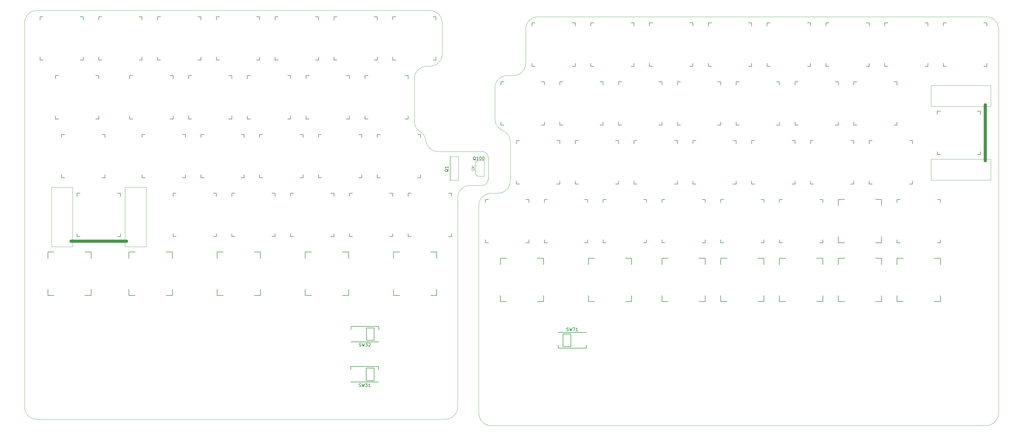
<source format=gbr>
G04 #@! TF.GenerationSoftware,KiCad,Pcbnew,(5.1.5)-3*
G04 #@! TF.CreationDate,2020-04-28T07:27:48+09:00*
G04 #@! TF.ProjectId,skc03-jis,736b6330-332d-46a6-9973-2e6b69636164,03*
G04 #@! TF.SameCoordinates,PX7565b60PY115170f0*
G04 #@! TF.FileFunction,Legend,Top*
G04 #@! TF.FilePolarity,Positive*
%FSLAX46Y46*%
G04 Gerber Fmt 4.6, Leading zero omitted, Abs format (unit mm)*
G04 Created by KiCad (PCBNEW (5.1.5)-3) date 2020-04-28 07:27:48*
%MOMM*%
%LPD*%
G04 APERTURE LIST*
G04 #@! TA.AperFunction,Profile*
%ADD10C,0.100000*%
G04 #@! TD*
%ADD11C,0.120000*%
%ADD12C,1.000000*%
%ADD13C,0.150000*%
G04 APERTURE END LIST*
D10*
X160228499Y7380001D02*
X320228499Y7380001D01*
X156228499Y73830000D02*
X156228499Y78380000D01*
X9424988Y14702327D02*
X9424987Y137379276D01*
X324228499Y11380001D02*
G75*
G02X320228499Y7380001I-4000000J0D01*
G01*
X144422749Y127380726D02*
X144422749Y137379276D01*
X171417299Y135380001D02*
G75*
G02X175417299Y139380001I4000000J0D01*
G01*
X171417299Y135380001D02*
X171417299Y124380000D01*
X13424987Y141379275D02*
X140422750Y141379275D01*
X171417299Y124380000D02*
G75*
G02X167417299Y120380000I-4000000J0D01*
G01*
X320228499Y139380001D02*
G75*
G02X324228499Y135380001I0J-4000000D01*
G01*
X324228499Y11380001D02*
X324228499Y135380001D01*
X165424999Y120380001D02*
X167417299Y120380001D01*
X161425000Y116380001D02*
G75*
G02X165424999Y120380000I3999999J0D01*
G01*
X320228499Y139380001D02*
X175417299Y139380000D01*
X9424988Y137379276D02*
G75*
G02X13424987Y141379275I3999999J0D01*
G01*
X140422750Y141379275D02*
G75*
G02X144422749Y137379276I0J-3999999D01*
G01*
X137476198Y102095543D02*
G75*
G02X135423087Y105589770I1946889J3494227D01*
G01*
X161424999Y106380001D02*
X161425000Y116380001D01*
X163924999Y102671902D02*
G75*
G02X161424999Y106380001I1500000J3708099D01*
G01*
X163925000Y102671900D02*
G75*
G02X166424999Y98963802I-1500000J-3708098D01*
G01*
X166424999Y86380000D02*
X166424999Y98963802D01*
X166424999Y86380000D02*
G75*
G02X162424999Y82380000I-4000000J0D01*
G01*
X160228499Y82380000D02*
X162424999Y82380000D01*
X156228499Y78380000D02*
G75*
G02X160228499Y82380000I4000000J0D01*
G01*
X156228499Y11380001D02*
X156228499Y73830000D01*
X149424988Y80899507D02*
X149424988Y13379275D01*
X149424988Y80899506D02*
G75*
G02X153424976Y84899507I4000000J1D01*
G01*
X157294948Y84899519D02*
X153424976Y84899507D01*
X159294942Y86899517D02*
G75*
G02X157294948Y84899519I-1999999J1D01*
G01*
X159294943Y93859517D02*
X159294943Y86899518D01*
X157294943Y95859517D02*
G75*
G02X159294943Y93859517I0J-2000000D01*
G01*
X143119168Y95859515D02*
X157294942Y95859517D01*
X143119169Y95859515D02*
G75*
G02X139140013Y99451681I-1J4000000D01*
G01*
X138949998Y100325416D02*
G75*
G02X139140013Y99451681I-3789139J-1281568D01*
G01*
X137476198Y102095543D02*
G75*
G02X138949998Y100325416I-1557511J-2795381D01*
G01*
X156247761Y10987932D02*
X156228499Y11380001D01*
X156305358Y10599639D02*
X156247761Y10987932D01*
X156400738Y10218862D02*
X156305358Y10599639D01*
X156532981Y9849267D02*
X156400738Y10218862D01*
X156700814Y9494414D02*
X156532981Y9849267D01*
X156902621Y9157720D02*
X156700814Y9494414D01*
X157136458Y8842427D02*
X156902621Y9157720D01*
X157400072Y8551573D02*
X157136458Y8842427D01*
X157690926Y8287959D02*
X157400072Y8551573D01*
X158006219Y8054122D02*
X157690926Y8287959D01*
X158342913Y7852315D02*
X158006219Y8054122D01*
X158697766Y7684482D02*
X158342913Y7852315D01*
X159067361Y7552239D02*
X158697766Y7684482D01*
X159448138Y7456859D02*
X159067361Y7552239D01*
X159836431Y7399262D02*
X159448138Y7456859D01*
X160228499Y7380001D02*
X159836431Y7399262D01*
X149424988Y13379275D02*
G75*
G02X145424988Y9379275I-4000000J0D01*
G01*
X135423087Y119380727D02*
X135423087Y105589770D01*
X135423088Y119380727D02*
G75*
G02X139423087Y123380726I3999999J0D01*
G01*
X140422750Y123380727D02*
X139423087Y123380726D01*
X144422749Y127380726D02*
G75*
G02X140422750Y123380727I-3999999J0D01*
G01*
X145424988Y9379275D02*
X13424987Y9379275D01*
X9424987Y13379275D02*
X9424988Y14702327D01*
X13424987Y9379275D02*
G75*
G02X9424987Y13379275I0J4000000D01*
G01*
D11*
G04 #@! TO.C,SW47*
X302439999Y86580001D02*
X321679999Y86580001D01*
X321679999Y86580001D02*
X321679999Y93380001D01*
X302439999Y93380001D02*
X321679999Y93380001D01*
X302439999Y86580001D02*
X302439999Y93380001D01*
X302439999Y110380001D02*
X321679999Y110380001D01*
X321679999Y110380001D02*
X321679999Y117180001D01*
X302439999Y117180001D02*
X321679999Y117180001D01*
X302439999Y110380001D02*
X302439999Y117180001D01*
D12*
X319924999Y92880001D02*
X319924999Y110880001D01*
D13*
X305424999Y94880001D02*
X304424999Y94880001D01*
X304424999Y95880001D02*
X304424999Y94880001D01*
X318424999Y108880001D02*
X317424999Y108880001D01*
X318424999Y107880001D02*
X318424999Y108880001D01*
X318424999Y94880001D02*
X318424999Y95880001D01*
X317424999Y94880001D02*
X318424999Y94880001D01*
X304424999Y108880001D02*
X305424999Y108880001D01*
X304424999Y107880001D02*
X304424999Y108880001D01*
G04 #@! TO.C,SW33*
X193424999Y123380001D02*
X192424999Y123380001D01*
X192424999Y124380001D02*
X192424999Y123380001D01*
X206424999Y137380001D02*
X205424999Y137380001D01*
X206424999Y136380001D02*
X206424999Y137380001D01*
X206424999Y123380001D02*
X206424999Y124380001D01*
X205424999Y123380001D02*
X206424999Y123380001D01*
X192424999Y137380001D02*
X193424999Y137380001D01*
X192424999Y136380001D02*
X192424999Y137380001D01*
G04 #@! TO.C,SW54*
X283424999Y85380001D02*
X282424999Y85380001D01*
X282424999Y86380001D02*
X282424999Y85380001D01*
X296424999Y99380001D02*
X295424999Y99380001D01*
X296424999Y98380001D02*
X296424999Y99380001D01*
X296424999Y85380001D02*
X296424999Y86380001D01*
X295424999Y85380001D02*
X296424999Y85380001D01*
X282424999Y99380001D02*
X283424999Y99380001D01*
X282424999Y98380001D02*
X282424999Y99380001D01*
G04 #@! TO.C,SW38*
X288424999Y123380001D02*
X287424999Y123380001D01*
X287424999Y124380001D02*
X287424999Y123380001D01*
X301424999Y137380001D02*
X300424999Y137380001D01*
X301424999Y136380001D02*
X301424999Y137380001D01*
X301424999Y123380001D02*
X301424999Y124380001D01*
X300424999Y123380001D02*
X301424999Y123380001D01*
X287424999Y137380001D02*
X288424999Y137380001D01*
X287424999Y136380001D02*
X287424999Y137380001D01*
G04 #@! TO.C,SW39*
X307424990Y123380010D02*
X306424990Y123380010D01*
X306424990Y124380010D02*
X306424990Y123380010D01*
X320424990Y137380010D02*
X319424990Y137380010D01*
X320424990Y136380010D02*
X320424990Y137380010D01*
X320424990Y123380010D02*
X320424990Y124380010D01*
X319424990Y123380010D02*
X320424990Y123380010D01*
X306424990Y137380010D02*
X307424990Y137380010D01*
X306424990Y136380010D02*
X306424990Y137380010D01*
G04 #@! TO.C,SW69*
X291424999Y61380001D02*
X291424999Y59380001D01*
X293424999Y61380001D02*
X291424999Y61380001D01*
X291424999Y47380001D02*
X293424999Y47380001D01*
X291424999Y49380001D02*
X291424999Y47380001D01*
X305424999Y47380001D02*
X303424999Y47380001D01*
X305424999Y49380001D02*
X305424999Y47380001D01*
X305424999Y61380001D02*
X305424999Y59380001D01*
X303424999Y61380001D02*
X305424999Y61380001D01*
G04 #@! TO.C,SW66*
X215424999Y61380001D02*
X215424999Y59380001D01*
X217424999Y61380001D02*
X215424999Y61380001D01*
X215424999Y47380001D02*
X217424999Y47380001D01*
X215424999Y49380001D02*
X215424999Y47380001D01*
X229424999Y47380001D02*
X227424999Y47380001D01*
X229424999Y49380001D02*
X229424999Y47380001D01*
X229424999Y61380001D02*
X229424999Y59380001D01*
X227424999Y61380001D02*
X229424999Y61380001D01*
G04 #@! TO.C,SW70*
X272424999Y61380001D02*
X272424999Y59380001D01*
X274424999Y61380001D02*
X272424999Y61380001D01*
X272424999Y47380001D02*
X274424999Y47380001D01*
X272424999Y49380001D02*
X272424999Y47380001D01*
X286424999Y47380001D02*
X284424999Y47380001D01*
X286424999Y49380001D02*
X286424999Y47380001D01*
X286424999Y61380001D02*
X286424999Y59380001D01*
X284424999Y61380001D02*
X286424999Y61380001D01*
G04 #@! TO.C,SW61*
X272424999Y80380001D02*
X272424999Y78380001D01*
X274424999Y80380001D02*
X272424999Y80380001D01*
X272424999Y66380001D02*
X274424999Y66380001D01*
X272424999Y68380001D02*
X272424999Y66380001D01*
X286424999Y66380001D02*
X284424999Y66380001D01*
X286424999Y68380001D02*
X286424999Y66380001D01*
X286424999Y80380001D02*
X286424999Y78380001D01*
X284424999Y80380001D02*
X286424999Y80380001D01*
G04 #@! TO.C,SW68*
X253424999Y61380001D02*
X253424999Y59380001D01*
X255424999Y61380001D02*
X253424999Y61380001D01*
X253424999Y47380001D02*
X255424999Y47380001D01*
X253424999Y49380001D02*
X253424999Y47380001D01*
X267424999Y47380001D02*
X265424999Y47380001D01*
X267424999Y49380001D02*
X267424999Y47380001D01*
X267424999Y61380001D02*
X267424999Y59380001D01*
X265424999Y61380001D02*
X267424999Y61380001D01*
G04 #@! TO.C,SW67*
X234424999Y61380001D02*
X234424999Y59380001D01*
X236424999Y61380001D02*
X234424999Y61380001D01*
X234424999Y47380001D02*
X236424999Y47380001D01*
X234424999Y49380001D02*
X234424999Y47380001D01*
X248424999Y47380001D02*
X246424999Y47380001D01*
X248424999Y49380001D02*
X248424999Y47380001D01*
X248424999Y61380001D02*
X248424999Y59380001D01*
X246424999Y61380001D02*
X248424999Y61380001D01*
G04 #@! TO.C,SW28*
X71675000Y63380000D02*
X71675000Y61380000D01*
X73675000Y63380000D02*
X71675000Y63380000D01*
X71675000Y49380000D02*
X73675000Y49380000D01*
X71675000Y51380000D02*
X71675000Y49380000D01*
X85675000Y49380000D02*
X83675000Y49380000D01*
X85675000Y51380000D02*
X85675000Y49380000D01*
X85675000Y63380000D02*
X85675000Y61380000D01*
X83675000Y63380000D02*
X85675000Y63380000D01*
G04 #@! TO.C,SW29*
X100175000Y63380000D02*
X100175000Y61380000D01*
X102175000Y63380000D02*
X100175000Y63380000D01*
X100175000Y49380000D02*
X102175000Y49380000D01*
X100175000Y51380000D02*
X100175000Y49380000D01*
X114175000Y49380000D02*
X112175000Y49380000D01*
X114175000Y51380000D02*
X114175000Y49380000D01*
X114175000Y63380000D02*
X114175000Y61380000D01*
X112175000Y63380000D02*
X114175000Y63380000D01*
G04 #@! TO.C,SW27*
X43175000Y63380000D02*
X43175000Y61380000D01*
X45175000Y63380000D02*
X43175000Y63380000D01*
X43175000Y49380000D02*
X45175000Y49380000D01*
X43175000Y51380000D02*
X43175000Y49380000D01*
X57175000Y49380000D02*
X55175000Y49380000D01*
X57175000Y51380000D02*
X57175000Y49380000D01*
X57175000Y63380000D02*
X57175000Y61380000D01*
X55175000Y63380000D02*
X57175000Y63380000D01*
G04 #@! TO.C,SW65*
X191674999Y61380001D02*
X191674999Y59380001D01*
X193674999Y61380001D02*
X191674999Y61380001D01*
X191674999Y47380001D02*
X193674999Y47380001D01*
X191674999Y49380001D02*
X191674999Y47380001D01*
X205674999Y47380001D02*
X203674999Y47380001D01*
X205674999Y49380001D02*
X205674999Y47380001D01*
X205674999Y61380001D02*
X205674999Y59380001D01*
X203674999Y61380001D02*
X205674999Y61380001D01*
G04 #@! TO.C,SW64*
X163174999Y61380001D02*
X163174999Y59380001D01*
X165174999Y61380001D02*
X163174999Y61380001D01*
X163174999Y47380001D02*
X165174999Y47380001D01*
X163174999Y49380001D02*
X163174999Y47380001D01*
X177174999Y47380001D02*
X175174999Y47380001D01*
X177174999Y49380001D02*
X177174999Y47380001D01*
X177174999Y61380001D02*
X177174999Y59380001D01*
X175174999Y61380001D02*
X177174999Y61380001D01*
G04 #@! TO.C,SW30*
X128675000Y63380000D02*
X128675000Y61380000D01*
X130675000Y63380000D02*
X128675000Y63380000D01*
X128675000Y49380000D02*
X130675000Y49380000D01*
X128675000Y51380000D02*
X128675000Y49380000D01*
X142675000Y49380000D02*
X140675000Y49380000D01*
X142675000Y51380000D02*
X142675000Y49380000D01*
X142675000Y63380000D02*
X142675000Y61380000D01*
X140675000Y63380000D02*
X142675000Y63380000D01*
G04 #@! TO.C,SW26*
X16956960Y63380000D02*
X16956960Y61380000D01*
X18956960Y63380000D02*
X16956960Y63380000D01*
X16956960Y49380000D02*
X18956960Y49380000D01*
X16956960Y51380000D02*
X16956960Y49380000D01*
X30956960Y49380000D02*
X28956960Y49380000D01*
X30956960Y51380000D02*
X30956960Y49380000D01*
X30956960Y63380000D02*
X30956960Y61380000D01*
X28956960Y63380000D02*
X30956960Y63380000D01*
D11*
G04 #@! TO.C,SW20*
X41925000Y84365000D02*
X41925000Y65125000D01*
X41925000Y65125000D02*
X48725000Y65125000D01*
X48725000Y84365000D02*
X48725000Y65125000D01*
X41925000Y84365000D02*
X48725000Y84365000D01*
X18125000Y84365000D02*
X18125000Y65125000D01*
X24925000Y65125000D02*
X18125000Y65125000D01*
X24925000Y84365000D02*
X24925000Y65125000D01*
X18125000Y84365000D02*
X24925000Y84365000D01*
D12*
X24425000Y66880000D02*
X42425000Y66880000D01*
D13*
X27425000Y68380000D02*
X26425000Y68380000D01*
X26425000Y69380000D02*
X26425000Y68380000D01*
X40425000Y82380000D02*
X39425000Y82380000D01*
X40425000Y81380000D02*
X40425000Y82380000D01*
X40425000Y68380000D02*
X40425000Y69380000D01*
X39425000Y68380000D02*
X40425000Y68380000D01*
X26425000Y82380000D02*
X27425000Y82380000D01*
X26425000Y81380000D02*
X26425000Y82380000D01*
G04 #@! TO.C,SW14*
X22425000Y87380000D02*
X21425000Y87380000D01*
X21425000Y88380000D02*
X21425000Y87380000D01*
X35425000Y101380000D02*
X34425000Y101380000D01*
X35425000Y100380000D02*
X35425000Y101380000D01*
X35425000Y87380000D02*
X35425000Y88380000D01*
X34425000Y87380000D02*
X35425000Y87380000D01*
X21425000Y101380000D02*
X22425000Y101380000D01*
X21425000Y100380000D02*
X21425000Y101380000D01*
G04 #@! TO.C,SW8*
X20425000Y106380000D02*
X19425000Y106380000D01*
X19425000Y107380000D02*
X19425000Y106380000D01*
X33425000Y120380000D02*
X32425000Y120380000D01*
X33425000Y119380000D02*
X33425000Y120380000D01*
X33425000Y106380000D02*
X33425000Y107380000D01*
X32425000Y106380000D02*
X33425000Y106380000D01*
X19425000Y120380000D02*
X20425000Y120380000D01*
X19425000Y119380000D02*
X19425000Y120380000D01*
G04 #@! TO.C,SW3*
X53425000Y125380000D02*
X52425000Y125380000D01*
X52425000Y126380000D02*
X52425000Y125380000D01*
X66425000Y139380000D02*
X65425000Y139380000D01*
X66425000Y138380000D02*
X66425000Y139380000D01*
X66425000Y125380000D02*
X66425000Y126380000D01*
X65425000Y125380000D02*
X66425000Y125380000D01*
X52425000Y139380000D02*
X53425000Y139380000D01*
X52425000Y138380000D02*
X52425000Y139380000D01*
G04 #@! TO.C,SW19*
X124425000Y87380000D02*
X123425000Y87380000D01*
X123425000Y88380000D02*
X123425000Y87380000D01*
X137425000Y101380000D02*
X136425000Y101380000D01*
X137425000Y100380000D02*
X137425000Y101380000D01*
X137425000Y87380000D02*
X137425000Y88380000D01*
X136425000Y87380000D02*
X137425000Y87380000D01*
X123425000Y101380000D02*
X124425000Y101380000D01*
X123425000Y100380000D02*
X123425000Y101380000D01*
G04 #@! TO.C,SW6*
X110425000Y125380000D02*
X109425000Y125380000D01*
X109425000Y126380000D02*
X109425000Y125380000D01*
X123425000Y139380000D02*
X122425000Y139380000D01*
X123425000Y138380000D02*
X123425000Y139380000D01*
X123425000Y125380000D02*
X123425000Y126380000D01*
X122425000Y125380000D02*
X123425000Y125380000D01*
X109425000Y139380000D02*
X110425000Y139380000D01*
X109425000Y138380000D02*
X109425000Y139380000D01*
G04 #@! TO.C,SW24*
X115425000Y68380000D02*
X114425000Y68380000D01*
X114425000Y69380000D02*
X114425000Y68380000D01*
X128425000Y82380000D02*
X127425000Y82380000D01*
X128425000Y81380000D02*
X128425000Y82380000D01*
X128425000Y68380000D02*
X128425000Y69380000D01*
X127425000Y68380000D02*
X128425000Y68380000D01*
X114425000Y82380000D02*
X115425000Y82380000D01*
X114425000Y81380000D02*
X114425000Y82380000D01*
G04 #@! TO.C,SW44*
X240424999Y104380001D02*
X239424999Y104380001D01*
X239424999Y105380001D02*
X239424999Y104380001D01*
X253424999Y118380001D02*
X252424999Y118380001D01*
X253424999Y117380001D02*
X253424999Y118380001D01*
X253424999Y104380001D02*
X253424999Y105380001D01*
X252424999Y104380001D02*
X253424999Y104380001D01*
X239424999Y118380001D02*
X240424999Y118380001D01*
X239424999Y117380001D02*
X239424999Y118380001D01*
G04 #@! TO.C,SW62*
X292424999Y66380001D02*
X291424999Y66380001D01*
X291424999Y67380001D02*
X291424999Y66380001D01*
X305424999Y80380001D02*
X304424999Y80380001D01*
X305424999Y79380001D02*
X305424999Y80380001D01*
X305424999Y66380001D02*
X305424999Y67380001D01*
X304424999Y66380001D02*
X305424999Y66380001D01*
X291424999Y80380001D02*
X292424999Y80380001D01*
X291424999Y79380001D02*
X291424999Y80380001D01*
G04 #@! TO.C,SW60*
X254424999Y66380001D02*
X253424999Y66380001D01*
X253424999Y67380001D02*
X253424999Y66380001D01*
X267424999Y80380001D02*
X266424999Y80380001D01*
X267424999Y79380001D02*
X267424999Y80380001D01*
X267424999Y66380001D02*
X267424999Y67380001D01*
X266424999Y66380001D02*
X267424999Y66380001D01*
X253424999Y80380001D02*
X254424999Y80380001D01*
X253424999Y79380001D02*
X253424999Y80380001D01*
G04 #@! TO.C,SW25*
X134425000Y68380000D02*
X133425000Y68380000D01*
X133425000Y69380000D02*
X133425000Y68380000D01*
X147425000Y82380000D02*
X146425000Y82380000D01*
X147425000Y81380000D02*
X147425000Y82380000D01*
X147425000Y68380000D02*
X147425000Y69380000D01*
X146425000Y68380000D02*
X147425000Y68380000D01*
X133425000Y82380000D02*
X134425000Y82380000D01*
X133425000Y81380000D02*
X133425000Y82380000D01*
G04 #@! TO.C,SW37*
X269424999Y123380001D02*
X268424999Y123380001D01*
X268424999Y124380001D02*
X268424999Y123380001D01*
X282424999Y137380001D02*
X281424999Y137380001D01*
X282424999Y136380001D02*
X282424999Y137380001D01*
X282424999Y123380001D02*
X282424999Y124380001D01*
X281424999Y123380001D02*
X282424999Y123380001D01*
X268424999Y137380001D02*
X269424999Y137380001D01*
X268424999Y136380001D02*
X268424999Y137380001D01*
G04 #@! TO.C,SW59*
X235424999Y66380001D02*
X234424999Y66380001D01*
X234424999Y67380001D02*
X234424999Y66380001D01*
X248424999Y80380001D02*
X247424999Y80380001D01*
X248424999Y79380001D02*
X248424999Y80380001D01*
X248424999Y66380001D02*
X248424999Y67380001D01*
X247424999Y66380001D02*
X248424999Y66380001D01*
X234424999Y80380001D02*
X235424999Y80380001D01*
X234424999Y79380001D02*
X234424999Y80380001D01*
G04 #@! TO.C,SW58*
X216424999Y66380001D02*
X215424999Y66380001D01*
X215424999Y67380001D02*
X215424999Y66380001D01*
X229424999Y80380001D02*
X228424999Y80380001D01*
X229424999Y79380001D02*
X229424999Y80380001D01*
X229424999Y66380001D02*
X229424999Y67380001D01*
X228424999Y66380001D02*
X229424999Y66380001D01*
X215424999Y80380001D02*
X216424999Y80380001D01*
X215424999Y79380001D02*
X215424999Y80380001D01*
G04 #@! TO.C,SW57*
X197424999Y66380001D02*
X196424999Y66380001D01*
X196424999Y67380001D02*
X196424999Y66380001D01*
X210424999Y80380001D02*
X209424999Y80380001D01*
X210424999Y79380001D02*
X210424999Y80380001D01*
X210424999Y66380001D02*
X210424999Y67380001D01*
X209424999Y66380001D02*
X210424999Y66380001D01*
X196424999Y80380001D02*
X197424999Y80380001D01*
X196424999Y79380001D02*
X196424999Y80380001D01*
G04 #@! TO.C,SW56*
X178424999Y66380001D02*
X177424999Y66380001D01*
X177424999Y67380001D02*
X177424999Y66380001D01*
X191424999Y80380001D02*
X190424999Y80380001D01*
X191424999Y79380001D02*
X191424999Y80380001D01*
X191424999Y66380001D02*
X191424999Y67380001D01*
X190424999Y66380001D02*
X191424999Y66380001D01*
X177424999Y80380001D02*
X178424999Y80380001D01*
X177424999Y79380001D02*
X177424999Y80380001D01*
G04 #@! TO.C,SW55*
X159424999Y66380001D02*
X158424999Y66380001D01*
X158424999Y67380001D02*
X158424999Y66380001D01*
X172424999Y80380001D02*
X171424999Y80380001D01*
X172424999Y79380001D02*
X172424999Y80380001D01*
X172424999Y66380001D02*
X172424999Y67380001D01*
X171424999Y66380001D02*
X172424999Y66380001D01*
X158424999Y80380001D02*
X159424999Y80380001D01*
X158424999Y79380001D02*
X158424999Y80380001D01*
G04 #@! TO.C,SW53*
X264424999Y85380001D02*
X263424999Y85380001D01*
X263424999Y86380001D02*
X263424999Y85380001D01*
X277424999Y99380001D02*
X276424999Y99380001D01*
X277424999Y98380001D02*
X277424999Y99380001D01*
X277424999Y85380001D02*
X277424999Y86380001D01*
X276424999Y85380001D02*
X277424999Y85380001D01*
X263424999Y99380001D02*
X264424999Y99380001D01*
X263424999Y98380001D02*
X263424999Y99380001D01*
G04 #@! TO.C,SW52*
X245424999Y85380001D02*
X244424999Y85380001D01*
X244424999Y86380001D02*
X244424999Y85380001D01*
X258424999Y99380001D02*
X257424999Y99380001D01*
X258424999Y98380001D02*
X258424999Y99380001D01*
X258424999Y85380001D02*
X258424999Y86380001D01*
X257424999Y85380001D02*
X258424999Y85380001D01*
X244424999Y99380001D02*
X245424999Y99380001D01*
X244424999Y98380001D02*
X244424999Y99380001D01*
G04 #@! TO.C,SW51*
X226424999Y85380001D02*
X225424999Y85380001D01*
X225424999Y86380001D02*
X225424999Y85380001D01*
X239424999Y99380001D02*
X238424999Y99380001D01*
X239424999Y98380001D02*
X239424999Y99380001D01*
X239424999Y85380001D02*
X239424999Y86380001D01*
X238424999Y85380001D02*
X239424999Y85380001D01*
X225424999Y99380001D02*
X226424999Y99380001D01*
X225424999Y98380001D02*
X225424999Y99380001D01*
G04 #@! TO.C,SW50*
X207424999Y85380001D02*
X206424999Y85380001D01*
X206424999Y86380001D02*
X206424999Y85380001D01*
X220424999Y99380001D02*
X219424999Y99380001D01*
X220424999Y98380001D02*
X220424999Y99380001D01*
X220424999Y85380001D02*
X220424999Y86380001D01*
X219424999Y85380001D02*
X220424999Y85380001D01*
X206424999Y99380001D02*
X207424999Y99380001D01*
X206424999Y98380001D02*
X206424999Y99380001D01*
G04 #@! TO.C,SW49*
X188424999Y85380001D02*
X187424999Y85380001D01*
X187424999Y86380001D02*
X187424999Y85380001D01*
X201424999Y99380001D02*
X200424999Y99380001D01*
X201424999Y98380001D02*
X201424999Y99380001D01*
X201424999Y85380001D02*
X201424999Y86380001D01*
X200424999Y85380001D02*
X201424999Y85380001D01*
X187424999Y99380001D02*
X188424999Y99380001D01*
X187424999Y98380001D02*
X187424999Y99380001D01*
G04 #@! TO.C,SW48*
X169424999Y85380001D02*
X168424999Y85380001D01*
X168424999Y86380001D02*
X168424999Y85380001D01*
X182424999Y99380001D02*
X181424999Y99380001D01*
X182424999Y98380001D02*
X182424999Y99380001D01*
X182424999Y85380001D02*
X182424999Y86380001D01*
X181424999Y85380001D02*
X182424999Y85380001D01*
X168424999Y99380001D02*
X169424999Y99380001D01*
X168424999Y98380001D02*
X168424999Y99380001D01*
G04 #@! TO.C,SW46*
X278424999Y104380001D02*
X277424999Y104380001D01*
X277424999Y105380001D02*
X277424999Y104380001D01*
X291424999Y118380001D02*
X290424999Y118380001D01*
X291424999Y117380001D02*
X291424999Y118380001D01*
X291424999Y104380001D02*
X291424999Y105380001D01*
X290424999Y104380001D02*
X291424999Y104380001D01*
X277424999Y118380001D02*
X278424999Y118380001D01*
X277424999Y117380001D02*
X277424999Y118380001D01*
G04 #@! TO.C,SW45*
X259424999Y104380001D02*
X258424999Y104380001D01*
X258424999Y105380001D02*
X258424999Y104380001D01*
X272424999Y118380001D02*
X271424999Y118380001D01*
X272424999Y117380001D02*
X272424999Y118380001D01*
X272424999Y104380001D02*
X272424999Y105380001D01*
X271424999Y104380001D02*
X272424999Y104380001D01*
X258424999Y118380001D02*
X259424999Y118380001D01*
X258424999Y117380001D02*
X258424999Y118380001D01*
G04 #@! TO.C,SW43*
X221424999Y104380001D02*
X220424999Y104380001D01*
X220424999Y105380001D02*
X220424999Y104380001D01*
X234424999Y118380001D02*
X233424999Y118380001D01*
X234424999Y117380001D02*
X234424999Y118380001D01*
X234424999Y104380001D02*
X234424999Y105380001D01*
X233424999Y104380001D02*
X234424999Y104380001D01*
X220424999Y118380001D02*
X221424999Y118380001D01*
X220424999Y117380001D02*
X220424999Y118380001D01*
G04 #@! TO.C,SW42*
X202424999Y104380001D02*
X201424999Y104380001D01*
X201424999Y105380001D02*
X201424999Y104380001D01*
X215424999Y118380001D02*
X214424999Y118380001D01*
X215424999Y117380001D02*
X215424999Y118380001D01*
X215424999Y104380001D02*
X215424999Y105380001D01*
X214424999Y104380001D02*
X215424999Y104380001D01*
X201424999Y118380001D02*
X202424999Y118380001D01*
X201424999Y117380001D02*
X201424999Y118380001D01*
G04 #@! TO.C,SW41*
X183424999Y104380001D02*
X182424999Y104380001D01*
X182424999Y105380001D02*
X182424999Y104380001D01*
X196424999Y118380001D02*
X195424999Y118380001D01*
X196424999Y117380001D02*
X196424999Y118380001D01*
X196424999Y104380001D02*
X196424999Y105380001D01*
X195424999Y104380001D02*
X196424999Y104380001D01*
X182424999Y118380001D02*
X183424999Y118380001D01*
X182424999Y117380001D02*
X182424999Y118380001D01*
G04 #@! TO.C,SW40*
X164424999Y104380001D02*
X163424999Y104380001D01*
X163424999Y105380001D02*
X163424999Y104380001D01*
X177424999Y118380001D02*
X176424999Y118380001D01*
X177424999Y117380001D02*
X177424999Y118380001D01*
X177424999Y104380001D02*
X177424999Y105380001D01*
X176424999Y104380001D02*
X177424999Y104380001D01*
X163424999Y118380001D02*
X164424999Y118380001D01*
X163424999Y117380001D02*
X163424999Y118380001D01*
G04 #@! TO.C,SW36*
X250424999Y123380001D02*
X249424999Y123380001D01*
X249424999Y124380001D02*
X249424999Y123380001D01*
X263424999Y137380001D02*
X262424999Y137380001D01*
X263424999Y136380001D02*
X263424999Y137380001D01*
X263424999Y123380001D02*
X263424999Y124380001D01*
X262424999Y123380001D02*
X263424999Y123380001D01*
X249424999Y137380001D02*
X250424999Y137380001D01*
X249424999Y136380001D02*
X249424999Y137380001D01*
G04 #@! TO.C,SW35*
X231424999Y123380001D02*
X230424999Y123380001D01*
X230424999Y124380001D02*
X230424999Y123380001D01*
X244424999Y137380001D02*
X243424999Y137380001D01*
X244424999Y136380001D02*
X244424999Y137380001D01*
X244424999Y123380001D02*
X244424999Y124380001D01*
X243424999Y123380001D02*
X244424999Y123380001D01*
X230424999Y137380001D02*
X231424999Y137380001D01*
X230424999Y136380001D02*
X230424999Y137380001D01*
G04 #@! TO.C,SW34*
X212424999Y123380001D02*
X211424999Y123380001D01*
X211424999Y124380001D02*
X211424999Y123380001D01*
X225424999Y137380001D02*
X224424999Y137380001D01*
X225424999Y136380001D02*
X225424999Y137380001D01*
X225424999Y123380001D02*
X225424999Y124380001D01*
X224424999Y123380001D02*
X225424999Y123380001D01*
X211424999Y137380001D02*
X212424999Y137380001D01*
X211424999Y136380001D02*
X211424999Y137380001D01*
G04 #@! TO.C,SW63*
X174424999Y123380001D02*
X173424999Y123380001D01*
X173424999Y124380001D02*
X173424999Y123380001D01*
X187424999Y137380001D02*
X186424999Y137380001D01*
X187424999Y136380001D02*
X187424999Y137380001D01*
X187424999Y123380001D02*
X187424999Y124380001D01*
X186424999Y123380001D02*
X187424999Y123380001D01*
X173424999Y137380001D02*
X174424999Y137380001D01*
X173424999Y136380001D02*
X173424999Y137380001D01*
G04 #@! TO.C,SW23*
X96425000Y68380000D02*
X95425000Y68380000D01*
X95425000Y69380000D02*
X95425000Y68380000D01*
X109425000Y82380000D02*
X108425000Y82380000D01*
X109425000Y81380000D02*
X109425000Y82380000D01*
X109425000Y68380000D02*
X109425000Y69380000D01*
X108425000Y68380000D02*
X109425000Y68380000D01*
X95425000Y82380000D02*
X96425000Y82380000D01*
X95425000Y81380000D02*
X95425000Y82380000D01*
G04 #@! TO.C,SW22*
X77425000Y68380000D02*
X76425000Y68380000D01*
X76425000Y69380000D02*
X76425000Y68380000D01*
X90425000Y82380000D02*
X89425000Y82380000D01*
X90425000Y81380000D02*
X90425000Y82380000D01*
X90425000Y68380000D02*
X90425000Y69380000D01*
X89425000Y68380000D02*
X90425000Y68380000D01*
X76425000Y82380000D02*
X77425000Y82380000D01*
X76425000Y81380000D02*
X76425000Y82380000D01*
G04 #@! TO.C,SW21*
X58425000Y68380000D02*
X57425000Y68380000D01*
X57425000Y69380000D02*
X57425000Y68380000D01*
X71425000Y82380000D02*
X70425000Y82380000D01*
X71425000Y81380000D02*
X71425000Y82380000D01*
X71425000Y68380000D02*
X71425000Y69380000D01*
X70425000Y68380000D02*
X71425000Y68380000D01*
X57425000Y82380000D02*
X58425000Y82380000D01*
X57425000Y81380000D02*
X57425000Y82380000D01*
G04 #@! TO.C,SW18*
X105425000Y87380000D02*
X104425000Y87380000D01*
X104425000Y88380000D02*
X104425000Y87380000D01*
X118425000Y101380000D02*
X117425000Y101380000D01*
X118425000Y100380000D02*
X118425000Y101380000D01*
X118425000Y87380000D02*
X118425000Y88380000D01*
X117425000Y87380000D02*
X118425000Y87380000D01*
X104425000Y101380000D02*
X105425000Y101380000D01*
X104425000Y100380000D02*
X104425000Y101380000D01*
G04 #@! TO.C,SW17*
X86425000Y87380000D02*
X85425000Y87380000D01*
X85425000Y88380000D02*
X85425000Y87380000D01*
X99425000Y101380000D02*
X98425000Y101380000D01*
X99425000Y100380000D02*
X99425000Y101380000D01*
X99425000Y87380000D02*
X99425000Y88380000D01*
X98425000Y87380000D02*
X99425000Y87380000D01*
X85425000Y101380000D02*
X86425000Y101380000D01*
X85425000Y100380000D02*
X85425000Y101380000D01*
G04 #@! TO.C,SW16*
X67425000Y87380000D02*
X66425000Y87380000D01*
X66425000Y88380000D02*
X66425000Y87380000D01*
X80425000Y101380000D02*
X79425000Y101380000D01*
X80425000Y100380000D02*
X80425000Y101380000D01*
X80425000Y87380000D02*
X80425000Y88380000D01*
X79425000Y87380000D02*
X80425000Y87380000D01*
X66425000Y101380000D02*
X67425000Y101380000D01*
X66425000Y100380000D02*
X66425000Y101380000D01*
G04 #@! TO.C,SW15*
X48425000Y87380000D02*
X47425000Y87380000D01*
X47425000Y88380000D02*
X47425000Y87380000D01*
X61425000Y101380000D02*
X60425000Y101380000D01*
X61425000Y100380000D02*
X61425000Y101380000D01*
X61425000Y87380000D02*
X61425000Y88380000D01*
X60425000Y87380000D02*
X61425000Y87380000D01*
X47425000Y101380000D02*
X48425000Y101380000D01*
X47425000Y100380000D02*
X47425000Y101380000D01*
G04 #@! TO.C,SW13*
X120425000Y106380000D02*
X119425000Y106380000D01*
X119425000Y107380000D02*
X119425000Y106380000D01*
X133425000Y120380000D02*
X132425000Y120380000D01*
X133425000Y119380000D02*
X133425000Y120380000D01*
X133425000Y106380000D02*
X133425000Y107380000D01*
X132425000Y106380000D02*
X133425000Y106380000D01*
X119425000Y120380000D02*
X120425000Y120380000D01*
X119425000Y119380000D02*
X119425000Y120380000D01*
G04 #@! TO.C,SW12*
X101425000Y106380000D02*
X100425000Y106380000D01*
X100425000Y107380000D02*
X100425000Y106380000D01*
X114425000Y120380000D02*
X113425000Y120380000D01*
X114425000Y119380000D02*
X114425000Y120380000D01*
X114425000Y106380000D02*
X114425000Y107380000D01*
X113425000Y106380000D02*
X114425000Y106380000D01*
X100425000Y120380000D02*
X101425000Y120380000D01*
X100425000Y119380000D02*
X100425000Y120380000D01*
G04 #@! TO.C,SW11*
X82425000Y106380000D02*
X81425000Y106380000D01*
X81425000Y107380000D02*
X81425000Y106380000D01*
X95425000Y120380000D02*
X94425000Y120380000D01*
X95425000Y119380000D02*
X95425000Y120380000D01*
X95425000Y106380000D02*
X95425000Y107380000D01*
X94425000Y106380000D02*
X95425000Y106380000D01*
X81425000Y120380000D02*
X82425000Y120380000D01*
X81425000Y119380000D02*
X81425000Y120380000D01*
G04 #@! TO.C,SW10*
X63425000Y106380000D02*
X62425000Y106380000D01*
X62425000Y107380000D02*
X62425000Y106380000D01*
X76425000Y120380000D02*
X75425000Y120380000D01*
X76425000Y119380000D02*
X76425000Y120380000D01*
X76425000Y106380000D02*
X76425000Y107380000D01*
X75425000Y106380000D02*
X76425000Y106380000D01*
X62425000Y120380000D02*
X63425000Y120380000D01*
X62425000Y119380000D02*
X62425000Y120380000D01*
G04 #@! TO.C,SW9*
X44425000Y106380000D02*
X43425000Y106380000D01*
X43425000Y107380000D02*
X43425000Y106380000D01*
X57425000Y120380000D02*
X56425000Y120380000D01*
X57425000Y119380000D02*
X57425000Y120380000D01*
X57425000Y106380000D02*
X57425000Y107380000D01*
X56425000Y106380000D02*
X57425000Y106380000D01*
X43425000Y120380000D02*
X44425000Y120380000D01*
X43425000Y119380000D02*
X43425000Y120380000D01*
G04 #@! TO.C,SW7*
X129425000Y125380000D02*
X128425000Y125380000D01*
X128425000Y126380000D02*
X128425000Y125380000D01*
X142425000Y139380000D02*
X141425000Y139380000D01*
X142425000Y138380000D02*
X142425000Y139380000D01*
X142425000Y125380000D02*
X142425000Y126380000D01*
X141425000Y125380000D02*
X142425000Y125380000D01*
X128425000Y139380000D02*
X129425000Y139380000D01*
X128425000Y138380000D02*
X128425000Y139380000D01*
G04 #@! TO.C,SW5*
X91425000Y125380000D02*
X90425000Y125380000D01*
X90425000Y126380000D02*
X90425000Y125380000D01*
X104425000Y139380000D02*
X103425000Y139380000D01*
X104425000Y138380000D02*
X104425000Y139380000D01*
X104425000Y125380000D02*
X104425000Y126380000D01*
X103425000Y125380000D02*
X104425000Y125380000D01*
X90425000Y139380000D02*
X91425000Y139380000D01*
X90425000Y138380000D02*
X90425000Y139380000D01*
G04 #@! TO.C,SW4*
X72425000Y125380000D02*
X71425000Y125380000D01*
X71425000Y126380000D02*
X71425000Y125380000D01*
X85425000Y139380000D02*
X84425000Y139380000D01*
X85425000Y138380000D02*
X85425000Y139380000D01*
X85425000Y125380000D02*
X85425000Y126380000D01*
X84425000Y125380000D02*
X85425000Y125380000D01*
X71425000Y139380000D02*
X72425000Y139380000D01*
X71425000Y138380000D02*
X71425000Y139380000D01*
G04 #@! TO.C,SW2*
X34425000Y125380000D02*
X33425000Y125380000D01*
X33425000Y126380000D02*
X33425000Y125380000D01*
X47425000Y139380000D02*
X46425000Y139380000D01*
X47425000Y138380000D02*
X47425000Y139380000D01*
X47425000Y125380000D02*
X47425000Y126380000D01*
X46425000Y125380000D02*
X47425000Y125380000D01*
X33425000Y139380000D02*
X34425000Y139380000D01*
X33425000Y138380000D02*
X33425000Y139380000D01*
G04 #@! TO.C,SW1*
X15425000Y125380000D02*
X14425000Y125380000D01*
X14425000Y126380000D02*
X14425000Y125380000D01*
X28425000Y139380000D02*
X27425000Y139380000D01*
X28425000Y138380000D02*
X28425000Y139380000D01*
X28425000Y125380000D02*
X28425000Y126380000D01*
X27425000Y125380000D02*
X28425000Y125380000D01*
X14425000Y139380000D02*
X15425000Y139380000D01*
X14425000Y138380000D02*
X14425000Y139380000D01*
G04 #@! TO.C,SW31*
X123874998Y21380001D02*
X114874998Y21380001D01*
X114874998Y25380001D02*
X114874998Y26380001D01*
X123874998Y26380001D02*
X114874998Y26380001D01*
X123874998Y26380001D02*
X123874998Y25380001D01*
X121874998Y21880001D02*
X119874998Y21880001D01*
X119874998Y21880001D02*
X119874998Y25880001D01*
X119874998Y25880001D02*
X122374998Y25880001D01*
X122374998Y25880001D02*
X122374998Y21880001D01*
X122374998Y21880001D02*
X121874998Y21880001D01*
G04 #@! TO.C,SW32*
X123925000Y34380000D02*
X114925000Y34380000D01*
X114925000Y38380000D02*
X114925000Y39380000D01*
X123925000Y39380000D02*
X114925000Y39380000D01*
X123925000Y39380000D02*
X123925000Y38380000D01*
X121925000Y34880000D02*
X119925000Y34880000D01*
X119925000Y34880000D02*
X119925000Y38880000D01*
X119925000Y38880000D02*
X122425000Y38880000D01*
X122425000Y38880000D02*
X122425000Y34880000D01*
X122425000Y34880000D02*
X121925000Y34880000D01*
G04 #@! TO.C,SW71*
X181949999Y37380001D02*
X190949999Y37380001D01*
X190949999Y33380001D02*
X190949999Y32380001D01*
X181949999Y32380001D02*
X190949999Y32380001D01*
X181949999Y32380001D02*
X181949999Y33380001D01*
X183949999Y36880001D02*
X185949999Y36880001D01*
X185949999Y36880001D02*
X185949999Y32880001D01*
X185949999Y32880001D02*
X183449999Y32880001D01*
X183449999Y32880001D02*
X183449999Y36880001D01*
X183449999Y36880001D02*
X183949999Y36880001D01*
D11*
G04 #@! TO.C,Q100*
X153758943Y89998516D02*
X154330443Y90887516D01*
X154901943Y89998516D02*
X153758943Y89998516D01*
X154330443Y90887516D02*
X154901943Y89998516D01*
X153758943Y90887516D02*
X154901943Y90887516D01*
X154330443Y89427016D02*
X154330443Y91522516D01*
X155155943Y92411516D02*
X155155943Y92157516D01*
X155663943Y92665516D02*
X155155943Y92411516D01*
X155663943Y92919516D02*
X155663943Y92665516D01*
X155155943Y92157516D02*
X155155943Y90887516D01*
X155155943Y88347516D02*
X155155943Y89871516D01*
X155663943Y88093516D02*
X155155943Y88347516D01*
X157949943Y90379516D02*
X157949943Y87839516D01*
X155663943Y87839516D02*
X155663943Y88093516D01*
X157949943Y87839516D02*
X155663943Y87839516D01*
X157949943Y92919516D02*
X155663943Y92919516D01*
X157949943Y90379516D02*
X157949943Y92919516D01*
X155663943Y89363518D02*
G75*
G02X155663944Y91395515I508000J1015998D01*
G01*
G04 #@! TO.C,Q1*
X149694943Y94189516D02*
X149694943Y86569516D01*
X149694943Y86569516D02*
X147154943Y86569516D01*
X147154943Y94189516D02*
X149694943Y94189516D01*
X147154943Y94189516D02*
X146900943Y94189516D01*
X146900943Y94189516D02*
X146900943Y86569516D01*
X146900943Y86569516D02*
X147154943Y86569516D01*
X147154943Y86569516D02*
X147154943Y89617516D01*
X147154943Y89617516D02*
X147154943Y94189516D01*
G04 #@! TD*
G04 #@! TO.C,SW31*
D13*
X117565474Y19975240D02*
X117708331Y19927621D01*
X117946426Y19927621D01*
X118041664Y19975240D01*
X118089283Y20022859D01*
X118136902Y20118097D01*
X118136902Y20213335D01*
X118089283Y20308573D01*
X118041664Y20356192D01*
X117946426Y20403811D01*
X117755950Y20451430D01*
X117660712Y20499049D01*
X117613093Y20546668D01*
X117565474Y20641906D01*
X117565474Y20737144D01*
X117613093Y20832382D01*
X117660712Y20880001D01*
X117755950Y20927621D01*
X117994045Y20927621D01*
X118136902Y20880001D01*
X118470236Y20927621D02*
X118708331Y19927621D01*
X118898807Y20641906D01*
X119089283Y19927621D01*
X119327378Y20927621D01*
X119613093Y20927621D02*
X120232140Y20927621D01*
X119898807Y20546668D01*
X120041664Y20546668D01*
X120136902Y20499049D01*
X120184521Y20451430D01*
X120232140Y20356192D01*
X120232140Y20118097D01*
X120184521Y20022859D01*
X120136902Y19975240D01*
X120041664Y19927621D01*
X119755950Y19927621D01*
X119660712Y19975240D01*
X119613093Y20022859D01*
X121184521Y19927621D02*
X120613093Y19927621D01*
X120898807Y19927621D02*
X120898807Y20927621D01*
X120803569Y20784763D01*
X120708331Y20689525D01*
X120613093Y20641906D01*
G04 #@! TO.C,SW32*
X117615476Y32975239D02*
X117758333Y32927620D01*
X117996428Y32927620D01*
X118091666Y32975239D01*
X118139285Y33022858D01*
X118186904Y33118096D01*
X118186904Y33213334D01*
X118139285Y33308572D01*
X118091666Y33356191D01*
X117996428Y33403810D01*
X117805952Y33451429D01*
X117710714Y33499048D01*
X117663095Y33546667D01*
X117615476Y33641905D01*
X117615476Y33737143D01*
X117663095Y33832381D01*
X117710714Y33880000D01*
X117805952Y33927620D01*
X118044047Y33927620D01*
X118186904Y33880000D01*
X118520238Y33927620D02*
X118758333Y32927620D01*
X118948809Y33641905D01*
X119139285Y32927620D01*
X119377380Y33927620D01*
X119663095Y33927620D02*
X120282142Y33927620D01*
X119948809Y33546667D01*
X120091666Y33546667D01*
X120186904Y33499048D01*
X120234523Y33451429D01*
X120282142Y33356191D01*
X120282142Y33118096D01*
X120234523Y33022858D01*
X120186904Y32975239D01*
X120091666Y32927620D01*
X119805952Y32927620D01*
X119710714Y32975239D01*
X119663095Y33022858D01*
X120663095Y33832381D02*
X120710714Y33880000D01*
X120805952Y33927620D01*
X121044047Y33927620D01*
X121139285Y33880000D01*
X121186904Y33832381D01*
X121234523Y33737143D01*
X121234523Y33641905D01*
X121186904Y33499048D01*
X120615476Y32927620D01*
X121234523Y32927620D01*
G04 #@! TO.C,SW71*
X184640475Y37975240D02*
X184783332Y37927621D01*
X185021427Y37927621D01*
X185116665Y37975240D01*
X185164284Y38022859D01*
X185211903Y38118097D01*
X185211903Y38213335D01*
X185164284Y38308573D01*
X185116665Y38356192D01*
X185021427Y38403811D01*
X184830951Y38451430D01*
X184735713Y38499049D01*
X184688094Y38546668D01*
X184640475Y38641906D01*
X184640475Y38737144D01*
X184688094Y38832382D01*
X184735713Y38880001D01*
X184830951Y38927621D01*
X185069046Y38927621D01*
X185211903Y38880001D01*
X185545237Y38927621D02*
X185783332Y37927621D01*
X185973808Y38641906D01*
X186164284Y37927621D01*
X186402379Y38927621D01*
X186688094Y38927621D02*
X187354760Y38927621D01*
X186926189Y37927621D01*
X188259522Y37927621D02*
X187688094Y37927621D01*
X187973808Y37927621D02*
X187973808Y38927621D01*
X187878570Y38784763D01*
X187783332Y38689525D01*
X187688094Y38641906D01*
G04 #@! TO.C,Q100*
X155187823Y93070397D02*
X155092585Y93118016D01*
X154997347Y93213255D01*
X154854490Y93356112D01*
X154759252Y93403731D01*
X154664014Y93403731D01*
X154711633Y93165636D02*
X154616395Y93213255D01*
X154521157Y93308493D01*
X154473538Y93498969D01*
X154473538Y93832302D01*
X154521157Y94022778D01*
X154616395Y94118016D01*
X154711633Y94165636D01*
X154902109Y94165636D01*
X154997347Y94118016D01*
X155092585Y94022778D01*
X155140204Y93832302D01*
X155140204Y93498969D01*
X155092585Y93308493D01*
X154997347Y93213255D01*
X154902109Y93165636D01*
X154711633Y93165636D01*
X156092585Y93165636D02*
X155521157Y93165636D01*
X155806871Y93165636D02*
X155806871Y94165636D01*
X155711633Y94022778D01*
X155616395Y93927540D01*
X155521157Y93879921D01*
X156711633Y94165636D02*
X156806871Y94165636D01*
X156902109Y94118016D01*
X156949728Y94070397D01*
X156997347Y93975159D01*
X157044966Y93784683D01*
X157044966Y93546588D01*
X156997347Y93356112D01*
X156949728Y93260874D01*
X156902109Y93213255D01*
X156806871Y93165636D01*
X156711633Y93165636D01*
X156616395Y93213255D01*
X156568776Y93260874D01*
X156521157Y93356112D01*
X156473538Y93546588D01*
X156473538Y93784683D01*
X156521157Y93975159D01*
X156568776Y94070397D01*
X156616395Y94118016D01*
X156711633Y94165636D01*
X157664014Y94165636D02*
X157759252Y94165636D01*
X157854490Y94118016D01*
X157902109Y94070397D01*
X157949728Y93975159D01*
X157997347Y93784683D01*
X157997347Y93546588D01*
X157949728Y93356112D01*
X157902109Y93260874D01*
X157854490Y93213255D01*
X157759252Y93165636D01*
X157664014Y93165636D01*
X157568776Y93213255D01*
X157521157Y93260874D01*
X157473538Y93356112D01*
X157425919Y93546588D01*
X157425919Y93784683D01*
X157473538Y93975159D01*
X157521157Y94070397D01*
X157568776Y94118016D01*
X157664014Y94165636D01*
G04 #@! TO.C,Q1*
X146432562Y90104278D02*
X146384943Y90009040D01*
X146289704Y89913802D01*
X146146847Y89770945D01*
X146099228Y89675707D01*
X146099228Y89580469D01*
X146337323Y89628088D02*
X146289704Y89532850D01*
X146194466Y89437612D01*
X146003990Y89389993D01*
X145670657Y89389993D01*
X145480181Y89437612D01*
X145384943Y89532850D01*
X145337323Y89628088D01*
X145337323Y89818564D01*
X145384943Y89913802D01*
X145480181Y90009040D01*
X145670657Y90056659D01*
X146003990Y90056659D01*
X146194466Y90009040D01*
X146289704Y89913802D01*
X146337323Y89818564D01*
X146337323Y89628088D01*
X146337323Y91009040D02*
X146337323Y90437612D01*
X146337323Y90723326D02*
X145337323Y90723326D01*
X145480181Y90628088D01*
X145575419Y90532850D01*
X145623038Y90437612D01*
G04 #@! TD*
M02*

</source>
